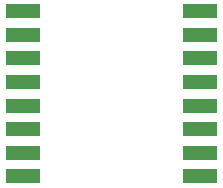
<source format=gbr>
%TF.GenerationSoftware,KiCad,Pcbnew,8.0.2*%
%TF.CreationDate,2024-05-25T14:23:29+03:00*%
%TF.ProjectId,LoRa_irrigation_system,4c6f5261-5f69-4727-9269-676174696f6e,rev?*%
%TF.SameCoordinates,Original*%
%TF.FileFunction,Paste,Top*%
%TF.FilePolarity,Positive*%
%FSLAX46Y46*%
G04 Gerber Fmt 4.6, Leading zero omitted, Abs format (unit mm)*
G04 Created by KiCad (PCBNEW 8.0.2) date 2024-05-25 14:23:29*
%MOMM*%
%LPD*%
G01*
G04 APERTURE LIST*
%ADD10R,3.000000X1.200000*%
G04 APERTURE END LIST*
D10*
%TO.C,U4*%
X115550000Y-63000000D03*
X115550000Y-61000000D03*
X115550000Y-59000000D03*
X115550000Y-57000000D03*
X115550000Y-55000000D03*
X115550000Y-53000000D03*
X115550000Y-51000000D03*
X115550000Y-49000000D03*
X100550000Y-49000000D03*
X100550000Y-51000000D03*
X100550000Y-53000000D03*
X100550000Y-55000000D03*
X100550000Y-57000000D03*
X100550000Y-59000000D03*
X100550000Y-61000000D03*
X100550000Y-63000000D03*
%TD*%
M02*

</source>
